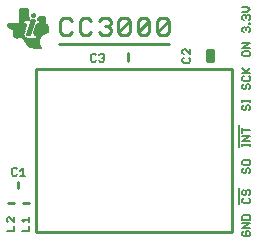
<source format=gto>
G75*
G70*
%OFA0B0*%
%FSLAX24Y24*%
%IPPOS*%
%LPD*%
%AMOC8*
5,1,8,0,0,1.08239X$1,22.5*
%
%ADD10C,0.0050*%
%ADD11C,0.0100*%
%ADD12C,0.0110*%
D10*
X002476Y000524D02*
X002726Y000524D01*
X002726Y000691D01*
X002726Y000800D02*
X002559Y000967D01*
X002517Y000967D01*
X002476Y000925D01*
X002476Y000842D01*
X002517Y000800D01*
X002726Y000800D02*
X002726Y000967D01*
X002976Y000884D02*
X003226Y000884D01*
X003226Y000967D02*
X003226Y000800D01*
X003226Y000691D02*
X003226Y000524D01*
X002976Y000524D01*
X003059Y000800D02*
X002976Y000884D01*
X003010Y002352D02*
X003010Y002602D01*
X002927Y002518D01*
X002818Y002560D02*
X002776Y002602D01*
X002692Y002602D01*
X002651Y002560D01*
X002651Y002393D01*
X002692Y002352D01*
X002776Y002352D01*
X002818Y002393D01*
X002927Y002352D02*
X003094Y002352D01*
X008326Y006166D02*
X008367Y006124D01*
X008534Y006124D01*
X008576Y006166D01*
X008576Y006249D01*
X008534Y006291D01*
X008367Y006291D02*
X008326Y006249D01*
X008326Y006166D01*
X008367Y006400D02*
X008326Y006442D01*
X008326Y006525D01*
X008367Y006567D01*
X008409Y006567D01*
X008576Y006400D01*
X008576Y006567D01*
X010326Y006603D02*
X010576Y006770D01*
X010326Y006770D01*
X010326Y006603D02*
X010576Y006603D01*
X010534Y006493D02*
X010367Y006493D01*
X010326Y006452D01*
X010326Y006368D01*
X010367Y006327D01*
X010534Y006327D01*
X010576Y006368D01*
X010576Y006452D01*
X010534Y006493D01*
X010576Y005946D02*
X010451Y005821D01*
X010492Y005779D02*
X010326Y005946D01*
X010326Y005779D02*
X010576Y005779D01*
X010534Y005670D02*
X010576Y005628D01*
X010576Y005544D01*
X010534Y005503D01*
X010367Y005503D01*
X010326Y005544D01*
X010326Y005628D01*
X010367Y005670D01*
X010367Y005393D02*
X010326Y005352D01*
X010326Y005268D01*
X010367Y005227D01*
X010409Y005227D01*
X010451Y005268D01*
X010451Y005352D01*
X010492Y005393D01*
X010534Y005393D01*
X010576Y005352D01*
X010576Y005268D01*
X010534Y005227D01*
X010576Y004886D02*
X010576Y004803D01*
X010576Y004844D02*
X010326Y004844D01*
X010326Y004803D02*
X010326Y004886D01*
X010367Y004693D02*
X010326Y004652D01*
X010326Y004568D01*
X010367Y004527D01*
X010409Y004527D01*
X010451Y004568D01*
X010451Y004652D01*
X010492Y004693D01*
X010534Y004693D01*
X010576Y004652D01*
X010576Y004568D01*
X010534Y004527D01*
X010226Y004038D02*
X010226Y003302D01*
X010326Y003327D02*
X010326Y003410D01*
X010326Y003368D02*
X010576Y003368D01*
X010576Y003327D02*
X010576Y003410D01*
X010576Y003511D02*
X010326Y003511D01*
X010576Y003677D01*
X010326Y003677D01*
X010326Y003787D02*
X010326Y003954D01*
X010326Y003870D02*
X010576Y003870D01*
X010534Y002870D02*
X010367Y002870D01*
X010326Y002828D01*
X010326Y002744D01*
X010367Y002703D01*
X010534Y002703D01*
X010576Y002744D01*
X010576Y002828D01*
X010534Y002870D01*
X010534Y002593D02*
X010576Y002552D01*
X010576Y002468D01*
X010534Y002427D01*
X010451Y002468D02*
X010451Y002552D01*
X010492Y002593D01*
X010534Y002593D01*
X010367Y002593D02*
X010326Y002552D01*
X010326Y002468D01*
X010367Y002427D01*
X010409Y002427D01*
X010451Y002468D01*
X010226Y001954D02*
X010226Y001402D01*
X010326Y001468D02*
X010367Y001427D01*
X010534Y001427D01*
X010576Y001468D01*
X010576Y001552D01*
X010534Y001593D01*
X010534Y001703D02*
X010576Y001744D01*
X010576Y001828D01*
X010534Y001870D01*
X010492Y001870D01*
X010451Y001828D01*
X010451Y001744D01*
X010409Y001703D01*
X010367Y001703D01*
X010326Y001744D01*
X010326Y001828D01*
X010367Y001870D01*
X010367Y001593D02*
X010326Y001552D01*
X010326Y001468D01*
X010367Y001046D02*
X010326Y001004D01*
X010326Y000879D01*
X010576Y000879D01*
X010576Y001004D01*
X010534Y001046D01*
X010367Y001046D01*
X010326Y000770D02*
X010576Y000770D01*
X010326Y000603D01*
X010576Y000603D01*
X010534Y000493D02*
X010451Y000493D01*
X010451Y000410D01*
X010534Y000493D02*
X010576Y000452D01*
X010576Y000368D01*
X010534Y000327D01*
X010367Y000327D01*
X010326Y000368D01*
X010326Y000452D01*
X010367Y000493D01*
X005677Y006152D02*
X005594Y006152D01*
X005552Y006193D01*
X005443Y006193D02*
X005401Y006152D01*
X005317Y006152D01*
X005276Y006193D01*
X005276Y006360D01*
X005317Y006402D01*
X005401Y006402D01*
X005443Y006360D01*
X005552Y006360D02*
X005594Y006402D01*
X005677Y006402D01*
X005719Y006360D01*
X005719Y006318D01*
X005677Y006277D01*
X005719Y006235D01*
X005719Y006193D01*
X005677Y006152D01*
X005677Y006277D02*
X005635Y006277D01*
X003851Y007152D02*
X003651Y007052D01*
X003551Y006902D01*
X003551Y006702D01*
X003601Y006602D01*
X003451Y006602D01*
X003251Y006652D01*
X003101Y006802D01*
X003001Y006952D01*
X002901Y007002D01*
X002801Y006952D01*
X002701Y007002D01*
X002701Y007202D01*
X002501Y007352D01*
X002501Y007402D01*
X002901Y007402D01*
X002901Y007902D01*
X003176Y007902D01*
X003176Y007652D01*
X003226Y007652D01*
X003201Y007552D01*
X003051Y007552D01*
X003001Y007402D01*
X003126Y007402D01*
X003026Y007052D01*
X003076Y006952D01*
X003201Y006902D01*
X003451Y006902D01*
X003501Y007052D01*
X003401Y007052D01*
X003376Y007102D01*
X003476Y007402D01*
X003551Y007402D01*
X003601Y007552D01*
X003526Y007552D01*
X003551Y007652D01*
X003701Y007652D01*
X003751Y007602D01*
X003751Y007402D01*
X003851Y007352D01*
X003851Y007152D01*
X003834Y007143D02*
X003390Y007143D01*
X003379Y007095D02*
X003737Y007095D01*
X003647Y007046D02*
X003499Y007046D01*
X003483Y006998D02*
X003615Y006998D01*
X003582Y006949D02*
X003467Y006949D01*
X003551Y006901D02*
X003035Y006901D01*
X003002Y006949D02*
X003082Y006949D01*
X003053Y006998D02*
X002909Y006998D01*
X002893Y006998D02*
X002709Y006998D01*
X002701Y007046D02*
X003028Y007046D01*
X003038Y007095D02*
X002701Y007095D01*
X002701Y007143D02*
X003052Y007143D01*
X003066Y007192D02*
X002701Y007192D01*
X002649Y007240D02*
X003080Y007240D01*
X003094Y007289D02*
X002584Y007289D01*
X002520Y007337D02*
X003107Y007337D01*
X003121Y007386D02*
X002501Y007386D01*
X002901Y007435D02*
X003012Y007435D01*
X003028Y007483D02*
X002901Y007483D01*
X002901Y007532D02*
X003044Y007532D01*
X002901Y007580D02*
X003208Y007580D01*
X003220Y007629D02*
X002901Y007629D01*
X002901Y007677D02*
X003176Y007677D01*
X003176Y007726D02*
X002901Y007726D01*
X002901Y007774D02*
X003176Y007774D01*
X003176Y007823D02*
X002901Y007823D01*
X002901Y007871D02*
X003176Y007871D01*
X003335Y007731D02*
X003346Y007742D01*
X003360Y007749D01*
X003376Y007752D01*
X003391Y007749D01*
X003405Y007742D01*
X003416Y007731D01*
X003423Y007717D01*
X003426Y007702D01*
X003423Y007686D01*
X003416Y007672D01*
X003405Y007661D01*
X003391Y007654D01*
X003376Y007652D01*
X003360Y007654D01*
X003346Y007661D01*
X003335Y007672D01*
X003328Y007686D01*
X003326Y007702D01*
X003328Y007717D01*
X003335Y007731D01*
X003333Y007726D02*
X003419Y007726D01*
X003419Y007677D02*
X003333Y007677D01*
X003301Y007552D02*
X003151Y007052D01*
X003251Y007052D01*
X003401Y007552D01*
X003301Y007552D01*
X003295Y007532D02*
X003395Y007532D01*
X003380Y007483D02*
X003280Y007483D01*
X003266Y007435D02*
X003366Y007435D01*
X003351Y007386D02*
X003251Y007386D01*
X003237Y007337D02*
X003337Y007337D01*
X003322Y007289D02*
X003222Y007289D01*
X003207Y007240D02*
X003307Y007240D01*
X003293Y007192D02*
X003193Y007192D01*
X003178Y007143D02*
X003278Y007143D01*
X003264Y007095D02*
X003164Y007095D01*
X003406Y007192D02*
X003851Y007192D01*
X003851Y007240D02*
X003422Y007240D01*
X003438Y007289D02*
X003851Y007289D01*
X003851Y007337D02*
X003454Y007337D01*
X003471Y007386D02*
X003782Y007386D01*
X003751Y007435D02*
X003562Y007435D01*
X003578Y007483D02*
X003751Y007483D01*
X003751Y007532D02*
X003594Y007532D01*
X003533Y007580D02*
X003751Y007580D01*
X003724Y007629D02*
X003545Y007629D01*
X003551Y006852D02*
X003067Y006852D01*
X003100Y006803D02*
X003551Y006803D01*
X003551Y006755D02*
X003147Y006755D01*
X003196Y006706D02*
X003551Y006706D01*
X003573Y006658D02*
X003245Y006658D01*
X003420Y006609D02*
X003597Y006609D01*
X010326Y007168D02*
X010367Y007127D01*
X010326Y007168D02*
X010326Y007252D01*
X010367Y007293D01*
X010409Y007293D01*
X010451Y007252D01*
X010492Y007293D01*
X010534Y007293D01*
X010576Y007252D01*
X010576Y007168D01*
X010534Y007127D01*
X010451Y007210D02*
X010451Y007252D01*
X010534Y007403D02*
X010534Y007444D01*
X010576Y007444D01*
X010576Y007403D01*
X010534Y007403D01*
X010534Y007541D02*
X010576Y007583D01*
X010576Y007666D01*
X010534Y007708D01*
X010492Y007708D01*
X010451Y007666D01*
X010451Y007624D01*
X010451Y007666D02*
X010409Y007708D01*
X010367Y007708D01*
X010326Y007666D01*
X010326Y007583D01*
X010367Y007541D01*
X010326Y007817D02*
X010492Y007817D01*
X010576Y007901D01*
X010492Y007984D01*
X010326Y007984D01*
D11*
X009341Y006532D02*
X009161Y006532D01*
X009161Y006172D01*
X009341Y006172D01*
X009341Y006532D01*
X009341Y006508D02*
X009161Y006508D01*
X009161Y006410D02*
X009341Y006410D01*
X009341Y006311D02*
X009161Y006311D01*
X009161Y006213D02*
X009341Y006213D01*
X009969Y005918D02*
X009969Y000485D01*
X003433Y000485D01*
X003433Y005918D01*
X009969Y005918D01*
X007876Y006752D02*
X004226Y006752D01*
X006501Y006432D02*
X006501Y006172D01*
X002851Y002127D02*
X002851Y001927D01*
X003001Y001452D02*
X003201Y001452D01*
X002701Y001452D02*
X002501Y001452D01*
D12*
X004354Y007032D02*
X004551Y007032D01*
X004649Y007130D01*
X004900Y007130D02*
X004999Y007032D01*
X005196Y007032D01*
X005294Y007130D01*
X005545Y007130D02*
X005643Y007032D01*
X005840Y007032D01*
X005939Y007130D01*
X005939Y007228D01*
X005840Y007327D01*
X005742Y007327D01*
X005840Y007327D02*
X005939Y007425D01*
X005939Y007524D01*
X005840Y007622D01*
X005643Y007622D01*
X005545Y007524D01*
X005294Y007524D02*
X005196Y007622D01*
X004999Y007622D01*
X004900Y007524D01*
X004900Y007130D01*
X004354Y007032D02*
X004256Y007130D01*
X004256Y007524D01*
X004354Y007622D01*
X004551Y007622D01*
X004649Y007524D01*
X006189Y007524D02*
X006189Y007130D01*
X006583Y007524D01*
X006583Y007130D01*
X006485Y007032D01*
X006288Y007032D01*
X006189Y007130D01*
X006189Y007524D02*
X006288Y007622D01*
X006485Y007622D01*
X006583Y007524D01*
X006834Y007524D02*
X006932Y007622D01*
X007129Y007622D01*
X007228Y007524D01*
X006834Y007130D01*
X006932Y007032D01*
X007129Y007032D01*
X007228Y007130D01*
X007228Y007524D01*
X007478Y007524D02*
X007577Y007622D01*
X007774Y007622D01*
X007872Y007524D01*
X007478Y007130D01*
X007577Y007032D01*
X007774Y007032D01*
X007872Y007130D01*
X007872Y007524D01*
X007478Y007524D02*
X007478Y007130D01*
X006834Y007130D02*
X006834Y007524D01*
M02*

</source>
